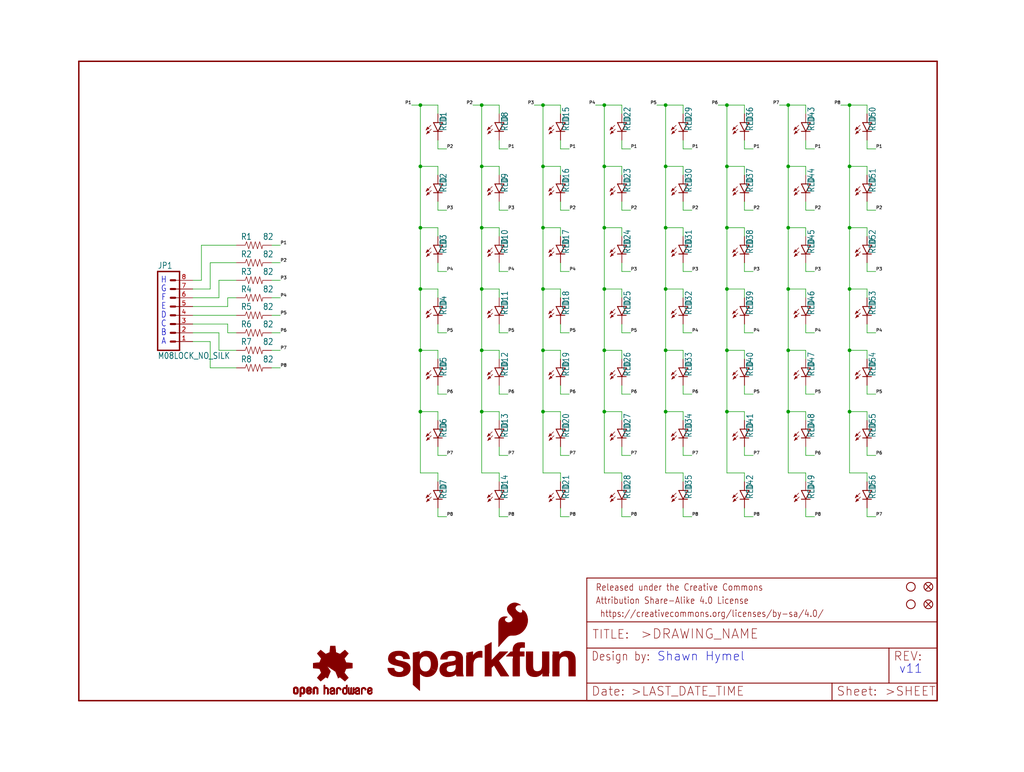
<source format=kicad_sch>
(kicad_sch (version 20211123) (generator eeschema)
  (paper "User" 297.002 223.926)
  (lib_symbols
    (symbol "schematicEagle-eagle-import:82OHM-1{slash}10W-1%(0603)SMD"
      (property "Reference" "R" (at -3.81 1.4986 0))
      (property "Value" "82OHM-1{slash}10W-1%(0603)SMD" (at -3.81 -3.302 0))
      (symbol "82OHM-1{slash}10W-1%(0603)SMD_1_0"
        (pin passive line (at -5.08 0 0) (length 2.54) (name "1") (number "1"))
        (pin passive line (at 5.08 0 180) (length 2.54) (name "2") (number "2"))
      )
    )
    (symbol "schematicEagle-eagle-import:FIDUCIAL1X2")
    (symbol "schematicEagle-eagle-import:FRAME-LETTER"
      (symbol "FRAME-LETTER_2_0"
        (text " https://creativecommons.org/licenses/by-sa/4.0/" (at 2.54 24.13 0) (effects (font (size 1.9304 1.6408)) (justify left bottom)))
        (text ">DRAWING_NAME" (at 15.494 17.78 0) (effects (font (size 2.7432 2.7432)) (justify left bottom)))
        (text ">LAST_DATE_TIME" (at 12.7 1.27 0) (effects (font (size 2.54 2.54)) (justify left bottom)))
        (text ">SHEET" (at 86.36 1.27 0) (effects (font (size 2.54 2.54)) (justify left bottom)))
        (text "Attribution Share-Alike 4.0 License" (at 2.54 27.94 0) (effects (font (size 1.9304 1.6408)) (justify left bottom)))
        (text "Date:" (at 1.27 1.27 0) (effects (font (size 2.54 2.54)) (justify left bottom)))
        (text "Design by:" (at 1.27 11.43 0) (effects (font (size 2.54 2.159)) (justify left bottom)))
        (text "Released under the Creative Commons" (at 2.54 31.75 0) (effects (font (size 1.9304 1.6408)) (justify left bottom)))
        (text "REV:" (at 88.9 11.43 0) (effects (font (size 2.54 2.54)) (justify left bottom)))
        (text "Sheet:" (at 72.39 1.27 0) (effects (font (size 2.54 2.54)) (justify left bottom)))
        (text "TITLE:" (at 1.524 17.78 0) (effects (font (size 2.54 2.54)) (justify left bottom)))
      )
    )
    (symbol "schematicEagle-eagle-import:LED-RED0603"
      (property "Reference" "D" (at 3.556 -4.572 90))
      (property "Value" "LED-RED0603" (at 5.715 -4.572 90))
      (symbol "LED-RED0603_1_0"
        (pin passive line (at 0 2.54 270) (length 2.54) (name "A") (number "A"))
        (pin passive line (at 0 -5.08 90) (length 2.54) (name "C") (number "C"))
      )
    )
    (symbol "schematicEagle-eagle-import:M08LOCK_NO_SILK"
      (property "Reference" "J" (at -5.08 13.462 0))
      (property "Value" "M08LOCK_NO_SILK" (at -5.08 -12.7 0))
      (symbol "M08LOCK_NO_SILK_1_0"
        (pin passive line (at 5.08 -7.62 180) (length 5.08) (name "1") (number "1"))
        (pin passive line (at 5.08 -5.08 180) (length 5.08) (name "2") (number "2"))
        (pin passive line (at 5.08 -2.54 180) (length 5.08) (name "3") (number "3"))
        (pin passive line (at 5.08 0 180) (length 5.08) (name "4") (number "4"))
        (pin passive line (at 5.08 2.54 180) (length 5.08) (name "5") (number "5"))
        (pin passive line (at 5.08 5.08 180) (length 5.08) (name "6") (number "6"))
        (pin passive line (at 5.08 7.62 180) (length 5.08) (name "7") (number "7"))
        (pin passive line (at 5.08 10.16 180) (length 5.08) (name "8") (number "8"))
      )
    )
    (symbol "schematicEagle-eagle-import:OSHW-LOGOS")
    (symbol "schematicEagle-eagle-import:SFE_LOGO_NAME_FLAME.1_INCH")
    (symbol "schematicEagle-eagle-import:STAND-OFF")
  )
  (junction (at 175.26 48.26))
  (junction (at 193.04 101.6))
  (junction (at 193.04 83.82))
  (junction (at 210.82 83.82))
  (junction (at 228.6 66.04))
  (junction (at 246.38 66.04))
  (junction (at 193.04 30.48))
  (junction (at 157.48 30.48))
  (junction (at 121.92 83.82))
  (junction (at 139.7 66.04))
  (junction (at 157.48 48.26))
  (junction (at 210.82 101.6))
  (junction (at 193.04 48.26))
  (junction (at 246.38 83.82))
  (junction (at 157.48 83.82))
  (junction (at 157.48 119.38))
  (junction (at 228.6 83.82))
  (junction (at 175.26 119.38))
  (junction (at 139.7 119.38))
  (junction (at 193.04 66.04))
  (junction (at 157.48 101.6))
  (junction (at 246.38 119.38))
  (junction (at 157.48 66.04))
  (junction (at 210.82 30.48))
  (junction (at 121.92 30.48))
  (junction (at 210.82 119.38))
  (junction (at 210.82 48.26))
  (junction (at 228.6 30.48))
  (junction (at 121.92 101.6))
  (junction (at 246.38 30.48))
  (junction (at 228.6 101.6))
  (junction (at 175.26 30.48))
  (junction (at 175.26 66.04))
  (junction (at 175.26 83.82))
  (junction (at 139.7 83.82))
  (junction (at 228.6 119.38))
  (junction (at 246.38 48.26))
  (junction (at 139.7 48.26))
  (junction (at 228.6 48.26))
  (junction (at 121.92 66.04))
  (junction (at 210.82 66.04))
  (junction (at 246.38 101.6))
  (junction (at 175.26 101.6))
  (junction (at 139.7 30.48))
  (junction (at 121.92 48.26))
  (junction (at 121.92 119.38))
  (junction (at 193.04 119.38))
  (junction (at 139.7 101.6))
  (wire (pts (xy 215.9 129.54) (xy 215.9 132.08)))
  (wire (pts (xy 157.48 30.48) (xy 157.48 48.26)))
  (wire (pts (xy 251.46 40.64) (xy 251.46 43.18)))
  (wire (pts (xy 121.92 101.6) (xy 121.92 119.38)))
  (wire (pts (xy 157.48 83.82) (xy 157.48 101.6)))
  (wire (pts (xy 175.26 101.6) (xy 175.26 119.38)))
  (wire (pts (xy 246.38 137.16) (xy 251.46 137.16)))
  (wire (pts (xy 157.48 66.04) (xy 157.48 83.82)))
  (wire (pts (xy 162.56 119.38) (xy 162.56 121.92)))
  (wire (pts (xy 198.12 114.3) (xy 200.66 114.3)))
  (wire (pts (xy 162.56 111.76) (xy 162.56 114.3)))
  (wire (pts (xy 228.6 119.38) (xy 233.68 119.38)))
  (wire (pts (xy 66.04 88.9) (xy 66.04 86.36)))
  (wire (pts (xy 228.6 30.48) (xy 228.6 48.26)))
  (wire (pts (xy 228.6 83.82) (xy 228.6 101.6)))
  (wire (pts (xy 215.9 40.64) (xy 215.9 43.18)))
  (wire (pts (xy 180.34 149.86) (xy 182.88 149.86)))
  (wire (pts (xy 55.88 81.28) (xy 58.42 81.28)))
  (wire (pts (xy 127 137.16) (xy 127 139.7)))
  (wire (pts (xy 55.88 91.44) (xy 68.58 91.44)))
  (wire (pts (xy 233.68 111.76) (xy 233.68 114.3)))
  (wire (pts (xy 78.74 86.36) (xy 81.28 86.36)))
  (wire (pts (xy 228.6 30.48) (xy 233.68 30.48)))
  (wire (pts (xy 60.96 106.68) (xy 68.58 106.68)))
  (wire (pts (xy 144.78 40.64) (xy 144.78 43.18)))
  (wire (pts (xy 127 119.38) (xy 127 121.92)))
  (wire (pts (xy 180.34 58.42) (xy 180.34 60.96)))
  (wire (pts (xy 210.82 119.38) (xy 210.82 137.16)))
  (wire (pts (xy 251.46 96.52) (xy 254 96.52)))
  (wire (pts (xy 144.78 119.38) (xy 144.78 121.92)))
  (wire (pts (xy 78.74 81.28) (xy 81.28 81.28)))
  (wire (pts (xy 127 48.26) (xy 127 50.8)))
  (wire (pts (xy 193.04 48.26) (xy 198.12 48.26)))
  (wire (pts (xy 198.12 96.52) (xy 200.66 96.52)))
  (wire (pts (xy 246.38 48.26) (xy 246.38 66.04)))
  (wire (pts (xy 246.38 83.82) (xy 251.46 83.82)))
  (wire (pts (xy 63.5 101.6) (xy 68.58 101.6)))
  (wire (pts (xy 63.5 96.52) (xy 63.5 101.6)))
  (wire (pts (xy 198.12 119.38) (xy 198.12 121.92)))
  (wire (pts (xy 228.6 66.04) (xy 228.6 83.82)))
  (wire (pts (xy 175.26 119.38) (xy 175.26 137.16)))
  (wire (pts (xy 210.82 137.16) (xy 215.9 137.16)))
  (wire (pts (xy 127 76.2) (xy 127 78.74)))
  (wire (pts (xy 215.9 48.26) (xy 215.9 50.8)))
  (wire (pts (xy 210.82 48.26) (xy 215.9 48.26)))
  (wire (pts (xy 215.9 149.86) (xy 218.44 149.86)))
  (wire (pts (xy 180.34 48.26) (xy 180.34 50.8)))
  (wire (pts (xy 251.46 101.6) (xy 251.46 104.14)))
  (wire (pts (xy 144.78 129.54) (xy 144.78 132.08)))
  (wire (pts (xy 193.04 83.82) (xy 198.12 83.82)))
  (wire (pts (xy 233.68 101.6) (xy 233.68 104.14)))
  (wire (pts (xy 193.04 101.6) (xy 198.12 101.6)))
  (wire (pts (xy 198.12 137.16) (xy 198.12 139.7)))
  (wire (pts (xy 162.56 93.98) (xy 162.56 96.52)))
  (wire (pts (xy 233.68 114.3) (xy 236.22 114.3)))
  (wire (pts (xy 251.46 119.38) (xy 251.46 121.92)))
  (wire (pts (xy 144.78 66.04) (xy 144.78 68.58)))
  (wire (pts (xy 144.78 93.98) (xy 144.78 96.52)))
  (wire (pts (xy 215.9 119.38) (xy 215.9 121.92)))
  (wire (pts (xy 228.6 119.38) (xy 228.6 137.16)))
  (wire (pts (xy 66.04 93.98) (xy 66.04 96.52)))
  (wire (pts (xy 193.04 137.16) (xy 198.12 137.16)))
  (wire (pts (xy 78.74 96.52) (xy 81.28 96.52)))
  (wire (pts (xy 210.82 66.04) (xy 210.82 83.82)))
  (wire (pts (xy 246.38 48.26) (xy 251.46 48.26)))
  (wire (pts (xy 233.68 147.32) (xy 233.68 149.86)))
  (wire (pts (xy 162.56 48.26) (xy 162.56 50.8)))
  (wire (pts (xy 121.92 137.16) (xy 127 137.16)))
  (wire (pts (xy 198.12 58.42) (xy 198.12 60.96)))
  (wire (pts (xy 180.34 114.3) (xy 182.88 114.3)))
  (wire (pts (xy 180.34 43.18) (xy 182.88 43.18)))
  (wire (pts (xy 175.26 83.82) (xy 180.34 83.82)))
  (wire (pts (xy 180.34 40.64) (xy 180.34 43.18)))
  (wire (pts (xy 162.56 78.74) (xy 165.1 78.74)))
  (wire (pts (xy 198.12 78.74) (xy 200.66 78.74)))
  (wire (pts (xy 210.82 83.82) (xy 215.9 83.82)))
  (wire (pts (xy 58.42 81.28) (xy 58.42 71.12)))
  (wire (pts (xy 78.74 91.44) (xy 81.28 91.44)))
  (wire (pts (xy 246.38 101.6) (xy 251.46 101.6)))
  (wire (pts (xy 139.7 101.6) (xy 139.7 119.38)))
  (wire (pts (xy 193.04 30.48) (xy 198.12 30.48)))
  (wire (pts (xy 251.46 76.2) (xy 251.46 78.74)))
  (wire (pts (xy 175.26 48.26) (xy 175.26 66.04)))
  (wire (pts (xy 180.34 147.32) (xy 180.34 149.86)))
  (wire (pts (xy 121.92 83.82) (xy 121.92 101.6)))
  (wire (pts (xy 175.26 137.16) (xy 180.34 137.16)))
  (wire (pts (xy 233.68 137.16) (xy 233.68 139.7)))
  (wire (pts (xy 121.92 119.38) (xy 121.92 137.16)))
  (wire (pts (xy 198.12 40.64) (xy 198.12 43.18)))
  (wire (pts (xy 175.26 30.48) (xy 180.34 30.48)))
  (wire (pts (xy 228.6 101.6) (xy 228.6 119.38)))
  (wire (pts (xy 210.82 48.26) (xy 210.82 66.04)))
  (wire (pts (xy 193.04 119.38) (xy 198.12 119.38)))
  (wire (pts (xy 215.9 101.6) (xy 215.9 104.14)))
  (wire (pts (xy 215.9 93.98) (xy 215.9 96.52)))
  (wire (pts (xy 180.34 96.52) (xy 182.88 96.52)))
  (wire (pts (xy 233.68 93.98) (xy 233.68 96.52)))
  (wire (pts (xy 198.12 132.08) (xy 200.66 132.08)))
  (wire (pts (xy 198.12 76.2) (xy 198.12 78.74)))
  (wire (pts (xy 210.82 30.48) (xy 210.82 48.26)))
  (wire (pts (xy 157.48 30.48) (xy 154.94 30.48)))
  (wire (pts (xy 215.9 111.76) (xy 215.9 114.3)))
  (wire (pts (xy 127 30.48) (xy 127 33.02)))
  (wire (pts (xy 55.88 86.36) (xy 63.5 86.36)))
  (wire (pts (xy 162.56 30.48) (xy 162.56 33.02)))
  (wire (pts (xy 198.12 43.18) (xy 200.66 43.18)))
  (wire (pts (xy 121.92 66.04) (xy 121.92 83.82)))
  (wire (pts (xy 139.7 30.48) (xy 144.78 30.48)))
  (wire (pts (xy 233.68 60.96) (xy 236.22 60.96)))
  (wire (pts (xy 246.38 66.04) (xy 246.38 83.82)))
  (wire (pts (xy 228.6 48.26) (xy 228.6 66.04)))
  (wire (pts (xy 193.04 101.6) (xy 193.04 119.38)))
  (wire (pts (xy 251.46 129.54) (xy 251.46 132.08)))
  (wire (pts (xy 121.92 30.48) (xy 127 30.48)))
  (wire (pts (xy 233.68 83.82) (xy 233.68 86.36)))
  (wire (pts (xy 180.34 101.6) (xy 180.34 104.14)))
  (wire (pts (xy 233.68 132.08) (xy 236.22 132.08)))
  (wire (pts (xy 121.92 119.38) (xy 127 119.38)))
  (wire (pts (xy 121.92 66.04) (xy 127 66.04)))
  (wire (pts (xy 198.12 149.86) (xy 200.66 149.86)))
  (wire (pts (xy 162.56 101.6) (xy 162.56 104.14)))
  (wire (pts (xy 180.34 111.76) (xy 180.34 114.3)))
  (wire (pts (xy 121.92 48.26) (xy 121.92 66.04)))
  (wire (pts (xy 162.56 132.08) (xy 165.1 132.08)))
  (wire (pts (xy 233.68 58.42) (xy 233.68 60.96)))
  (wire (pts (xy 215.9 114.3) (xy 218.44 114.3)))
  (wire (pts (xy 180.34 30.48) (xy 180.34 33.02)))
  (wire (pts (xy 121.92 30.48) (xy 119.38 30.48)))
  (wire (pts (xy 233.68 76.2) (xy 233.68 78.74)))
  (wire (pts (xy 127 129.54) (xy 127 132.08)))
  (wire (pts (xy 215.9 132.08) (xy 218.44 132.08)))
  (wire (pts (xy 157.48 30.48) (xy 162.56 30.48)))
  (wire (pts (xy 127 60.96) (xy 129.54 60.96)))
  (wire (pts (xy 157.48 101.6) (xy 157.48 119.38)))
  (wire (pts (xy 193.04 48.26) (xy 193.04 66.04)))
  (wire (pts (xy 228.6 137.16) (xy 233.68 137.16)))
  (wire (pts (xy 251.46 149.86) (xy 254 149.86)))
  (wire (pts (xy 144.78 149.86) (xy 147.32 149.86)))
  (wire (pts (xy 198.12 30.48) (xy 198.12 33.02)))
  (wire (pts (xy 251.46 114.3) (xy 254 114.3)))
  (wire (pts (xy 251.46 48.26) (xy 251.46 50.8)))
  (wire (pts (xy 157.48 48.26) (xy 157.48 66.04)))
  (wire (pts (xy 228.6 83.82) (xy 233.68 83.82)))
  (wire (pts (xy 210.82 119.38) (xy 215.9 119.38)))
  (wire (pts (xy 66.04 86.36) (xy 68.58 86.36)))
  (wire (pts (xy 251.46 137.16) (xy 251.46 139.7)))
  (wire (pts (xy 127 111.76) (xy 127 114.3)))
  (wire (pts (xy 233.68 129.54) (xy 233.68 132.08)))
  (wire (pts (xy 251.46 111.76) (xy 251.46 114.3)))
  (wire (pts (xy 144.78 137.16) (xy 144.78 139.7)))
  (wire (pts (xy 175.26 119.38) (xy 180.34 119.38)))
  (wire (pts (xy 144.78 78.74) (xy 147.32 78.74)))
  (wire (pts (xy 144.78 60.96) (xy 147.32 60.96)))
  (wire (pts (xy 175.26 66.04) (xy 180.34 66.04)))
  (wire (pts (xy 127 83.82) (xy 127 86.36)))
  (wire (pts (xy 139.7 83.82) (xy 139.7 101.6)))
  (wire (pts (xy 180.34 76.2) (xy 180.34 78.74)))
  (wire (pts (xy 162.56 60.96) (xy 165.1 60.96)))
  (wire (pts (xy 127 147.32) (xy 127 149.86)))
  (wire (pts (xy 162.56 40.64) (xy 162.56 43.18)))
  (wire (pts (xy 157.48 101.6) (xy 162.56 101.6)))
  (wire (pts (xy 58.42 71.12) (xy 68.58 71.12)))
  (wire (pts (xy 144.78 96.52) (xy 147.32 96.52)))
  (wire (pts (xy 180.34 132.08) (xy 182.88 132.08)))
  (wire (pts (xy 60.96 83.82) (xy 60.96 76.2)))
  (wire (pts (xy 233.68 66.04) (xy 233.68 68.58)))
  (wire (pts (xy 193.04 30.48) (xy 193.04 48.26)))
  (wire (pts (xy 55.88 88.9) (xy 66.04 88.9)))
  (wire (pts (xy 162.56 114.3) (xy 165.1 114.3)))
  (wire (pts (xy 175.26 66.04) (xy 175.26 83.82)))
  (wire (pts (xy 175.26 101.6) (xy 180.34 101.6)))
  (wire (pts (xy 139.7 83.82) (xy 144.78 83.82)))
  (wire (pts (xy 144.78 76.2) (xy 144.78 78.74)))
  (wire (pts (xy 66.04 96.52) (xy 68.58 96.52)))
  (wire (pts (xy 162.56 76.2) (xy 162.56 78.74)))
  (wire (pts (xy 127 96.52) (xy 129.54 96.52)))
  (wire (pts (xy 157.48 83.82) (xy 162.56 83.82)))
  (wire (pts (xy 215.9 78.74) (xy 218.44 78.74)))
  (wire (pts (xy 215.9 96.52) (xy 218.44 96.52)))
  (wire (pts (xy 55.88 93.98) (xy 66.04 93.98)))
  (wire (pts (xy 144.78 58.42) (xy 144.78 60.96)))
  (wire (pts (xy 180.34 83.82) (xy 180.34 86.36)))
  (wire (pts (xy 233.68 78.74) (xy 236.22 78.74)))
  (wire (pts (xy 144.78 111.76) (xy 144.78 114.3)))
  (wire (pts (xy 246.38 101.6) (xy 246.38 119.38)))
  (wire (pts (xy 121.92 83.82) (xy 127 83.82)))
  (wire (pts (xy 127 78.74) (xy 129.54 78.74)))
  (wire (pts (xy 180.34 119.38) (xy 180.34 121.92)))
  (wire (pts (xy 162.56 149.86) (xy 165.1 149.86)))
  (wire (pts (xy 251.46 93.98) (xy 251.46 96.52)))
  (wire (pts (xy 162.56 129.54) (xy 162.56 132.08)))
  (wire (pts (xy 233.68 30.48) (xy 233.68 33.02)))
  (wire (pts (xy 233.68 119.38) (xy 233.68 121.92)))
  (wire (pts (xy 175.26 30.48) (xy 172.72 30.48)))
  (wire (pts (xy 251.46 147.32) (xy 251.46 149.86)))
  (wire (pts (xy 162.56 147.32) (xy 162.56 149.86)))
  (wire (pts (xy 144.78 43.18) (xy 147.32 43.18)))
  (wire (pts (xy 127 43.18) (xy 129.54 43.18)))
  (wire (pts (xy 139.7 30.48) (xy 137.16 30.48)))
  (wire (pts (xy 180.34 78.74) (xy 182.88 78.74)))
  (wire (pts (xy 233.68 43.18) (xy 236.22 43.18)))
  (wire (pts (xy 228.6 48.26) (xy 233.68 48.26)))
  (wire (pts (xy 228.6 66.04) (xy 233.68 66.04)))
  (wire (pts (xy 127 114.3) (xy 129.54 114.3)))
  (wire (pts (xy 55.88 83.82) (xy 60.96 83.82)))
  (wire (pts (xy 215.9 83.82) (xy 215.9 86.36)))
  (wire (pts (xy 78.74 71.12) (xy 81.28 71.12)))
  (wire (pts (xy 180.34 129.54) (xy 180.34 132.08)))
  (wire (pts (xy 246.38 119.38) (xy 251.46 119.38)))
  (wire (pts (xy 251.46 132.08) (xy 254 132.08)))
  (wire (pts (xy 139.7 101.6) (xy 144.78 101.6)))
  (wire (pts (xy 180.34 66.04) (xy 180.34 68.58)))
  (wire (pts (xy 157.48 119.38) (xy 157.48 137.16)))
  (wire (pts (xy 215.9 66.04) (xy 215.9 68.58)))
  (wire (pts (xy 198.12 48.26) (xy 198.12 50.8)))
  (wire (pts (xy 144.78 83.82) (xy 144.78 86.36)))
  (wire (pts (xy 180.34 93.98) (xy 180.34 96.52)))
  (wire (pts (xy 78.74 101.6) (xy 81.28 101.6)))
  (wire (pts (xy 198.12 129.54) (xy 198.12 132.08)))
  (wire (pts (xy 251.46 58.42) (xy 251.46 60.96)))
  (wire (pts (xy 228.6 101.6) (xy 233.68 101.6)))
  (wire (pts (xy 215.9 60.96) (xy 218.44 60.96)))
  (wire (pts (xy 139.7 48.26) (xy 144.78 48.26)))
  (wire (pts (xy 78.74 76.2) (xy 81.28 76.2)))
  (wire (pts (xy 233.68 149.86) (xy 236.22 149.86)))
  (wire (pts (xy 121.92 101.6) (xy 127 101.6)))
  (wire (pts (xy 246.38 30.48) (xy 246.38 48.26)))
  (wire (pts (xy 233.68 40.64) (xy 233.68 43.18)))
  (wire (pts (xy 175.26 48.26) (xy 180.34 48.26)))
  (wire (pts (xy 121.92 48.26) (xy 127 48.26)))
  (wire (pts (xy 215.9 30.48) (xy 215.9 33.02)))
  (wire (pts (xy 63.5 81.28) (xy 68.58 81.28)))
  (wire (pts (xy 210.82 66.04) (xy 215.9 66.04)))
  (wire (pts (xy 246.38 30.48) (xy 251.46 30.48)))
  (wire (pts (xy 246.38 30.48) (xy 243.84 30.48)))
  (wire (pts (xy 246.38 83.82) (xy 246.38 101.6)))
  (wire (pts (xy 162.56 83.82) (xy 162.56 86.36)))
  (wire (pts (xy 251.46 66.04) (xy 251.46 68.58)))
  (wire (pts (xy 180.34 60.96) (xy 182.88 60.96)))
  (wire (pts (xy 233.68 96.52) (xy 236.22 96.52)))
  (wire (pts (xy 251.46 30.48) (xy 251.46 33.02)))
  (wire (pts (xy 127 149.86) (xy 129.54 149.86)))
  (wire (pts (xy 139.7 66.04) (xy 144.78 66.04)))
  (wire (pts (xy 139.7 30.48) (xy 139.7 48.26)))
  (wire (pts (xy 215.9 43.18) (xy 218.44 43.18)))
  (wire (pts (xy 60.96 76.2) (xy 68.58 76.2)))
  (wire (pts (xy 121.92 30.48) (xy 121.92 48.26)))
  (wire (pts (xy 210.82 30.48) (xy 215.9 30.48)))
  (wire (pts (xy 157.48 119.38) (xy 162.56 119.38)))
  (wire (pts (xy 78.74 106.68) (xy 81.28 106.68)))
  (wire (pts (xy 55.88 99.06) (xy 60.96 99.06)))
  (wire (pts (xy 157.48 48.26) (xy 162.56 48.26)))
  (wire (pts (xy 144.78 114.3) (xy 147.32 114.3)))
  (wire (pts (xy 210.82 30.48) (xy 208.28 30.48)))
  (wire (pts (xy 60.96 99.06) (xy 60.96 106.68)))
  (wire (pts (xy 144.78 30.48) (xy 144.78 33.02)))
  (wire (pts (xy 198.12 60.96) (xy 200.66 60.96)))
  (wire (pts (xy 127 66.04) (xy 127 68.58)))
  (wire (pts (xy 210.82 101.6) (xy 210.82 119.38)))
  (wire (pts (xy 215.9 147.32) (xy 215.9 149.86)))
  (wire (pts (xy 198.12 111.76) (xy 198.12 114.3)))
  (wire (pts (xy 162.56 96.52) (xy 165.1 96.52)))
  (wire (pts (xy 175.26 30.48) (xy 175.26 48.26)))
  (wire (pts (xy 139.7 119.38) (xy 144.78 119.38)))
  (wire (pts (xy 210.82 101.6) (xy 215.9 101.6)))
  (wire (pts (xy 246.38 119.38) (xy 246.38 137.16)))
  (wire (pts (xy 198.12 83.82) (xy 198.12 86.36)))
  (wire (pts (xy 193.04 119.38) (xy 193.04 137.16)))
  (wire (pts (xy 127 132.08) (xy 129.54 132.08)))
  (wire (pts (xy 251.46 43.18) (xy 254 43.18)))
  (wire (pts (xy 127 93.98) (xy 127 96.52)))
  (wire (pts (xy 251.46 83.82) (xy 251.46 86.36)))
  (wire (pts (xy 193.04 83.82) (xy 193.04 101.6)))
  (wire (pts (xy 162.56 66.04) (xy 162.56 68.58)))
  (wire (pts (xy 215.9 76.2) (xy 215.9 78.74)))
  (wire (pts (xy 127 58.42) (xy 127 60.96)))
  (wire (pts (xy 55.88 96.52) (xy 63.5 96.52)))
  (wire (pts (xy 63.5 86.36) (xy 63.5 81.28)))
  (wire (pts (xy 198.12 66.04) (xy 198.12 68.58)))
  (wire (pts (xy 144.78 147.32) (xy 144.78 149.86)))
  (wire (pts (xy 139.7 119.38) (xy 139.7 137.16)))
  (wire (pts (xy 144.78 132.08) (xy 147.32 132.08)))
  (wire (pts (xy 198.12 93.98) (xy 198.12 96.52)))
  (wire (pts (xy 139.7 48.26) (xy 139.7 66.04)))
  (wire (pts (xy 228.6 30.48) (xy 226.06 30.48)))
  (wire (pts (xy 246.38 66.04) (xy 251.46 66.04)))
  (wire (pts (xy 139.7 137.16) (xy 144.78 137.16)))
  (wire (pts (xy 210.82 83.82) (xy 210.82 101.6)))
  (wire (pts (xy 251.46 60.96) (xy 254 60.96)))
  (wire (pts (xy 139.7 66.04) (xy 139.7 83.82)))
  (wire (pts (xy 144.78 48.26) (xy 144.78 50.8)))
  (wire (pts (xy 193.04 30.48) (xy 190.5 30.48)))
  (wire (pts (xy 215.9 58.42) (xy 215.9 60.96)))
  (wire (pts (xy 157.48 137.16) (xy 162.56 137.16)))
  (wire (pts (xy 144.78 101.6) (xy 144.78 104.14)))
  (wire (pts (xy 162.56 137.16) (xy 162.56 139.7)))
  (wire (pts (xy 157.48 66.04) (xy 162.56 66.04)))
  (wire (pts (xy 162.56 43.18) (xy 165.1 43.18)))
  (wire (pts (xy 233.68 48.26) (xy 233.68 50.8)))
  (wire (pts (xy 127 40.64) (xy 127 43.18)))
  (wire (pts (xy 193.04 66.04) (xy 198.12 66.04)))
  (wire (pts (xy 215.9 137.16) (xy 215.9 139.7)))
  (wire (pts (xy 193.04 66.04) (xy 193.04 83.82)))
  (wire (pts (xy 175.26 83.82) (xy 175.26 101.6)))
  (wire (pts (xy 162.56 58.42) (xy 162.56 60.96)))
  (wire (pts (xy 198.12 101.6) (xy 198.12 104.14)))
  (wire (pts (xy 180.34 137.16) (xy 180.34 139.7)))
  (wire (pts (xy 198.12 147.32) (xy 198.12 149.86)))
  (wire (pts (xy 251.46 78.74) (xy 254 78.74)))
  (wire (pts (xy 127 101.6) (xy 127 104.14)))
  (text "E" (at 47.498 88.9 180) (effects (font (size 1.778 1.5113))))
  (text "C" (at 47.498 93.98 180) (effects (font (size 1.778 1.5113))))
  (text "v11" (at 264.16 195.58 180) (effects (font (size 2.54 2.54)) (justify bottom)))
  (text "B" (at 47.498 96.52 180) (effects (font (size 1.778 1.5113))))
  (text "G" (at 47.498 83.82 180) (effects (font (size 1.778 1.5113))))
  (text "F" (at 47.498 86.36 180) (effects (font (size 1.778 1.5113))))
  (text "Shawn Hymel" (at 190.5 190.5 180) (effects (font (size 2.54 2.54)) (justify left)))
  (text "A" (at 47.498 99.06 180) (effects (font (size 1.778 1.5113))))
  (text "D" (at 47.498 91.44 180) (effects (font (size 1.778 1.5113))))
  (text "H" (at 47.498 81.28 180) (effects (font (size 1.778 1.5113))))
  (label "P3" (at 218.44 78.74 0) (effects (font (size 0.889 0.889))))
  (label "P5" (at 129.54 96.52 0) (effects (font (size 0.889 0.889))))
  (label "P2" (at 218.44 60.96 0) (effects (font (size 0.889 0.889))))
  (label "P7" (at 129.54 132.08 0) (effects (font (size 0.889 0.889))))
  (label "P3" (at 254 78.74 0) (effects (font (size 0.889 0.889))))
  (label "P4" (at 254 96.52 0) (effects (font (size 0.889 0.889))))
  (label "P3" (at 129.54 60.96 0) (effects (font (size 0.889 0.889))))
  (label "P4" (at 129.54 78.74 0) (effects (font (size 0.889 0.889))))
  (label "P3" (at 154.94 30.48 180) (effects (font (size 0.889 0.889))))
  (label "P1" (at 147.32 43.18 0) (effects (font (size 0.889 0.889))))
  (label "P3" (at 182.88 78.74 0) (effects (font (size 0.889 0.889))))
  (label "P4" (at 200.66 96.52 0) (effects (font (size 0.889 0.889))))
  (label "P4" (at 218.44 96.52 0) (effects (font (size 0.889 0.889))))
  (label "P7" (at 182.88 132.08 0) (effects (font (size 0.889 0.889))))
  (label "P8" (at 243.84 30.48 180) (effects (font (size 0.889 0.889))))
  (label "P2" (at 81.28 76.2 0) (effects (font (size 0.889 0.889))))
  (label "P3" (at 200.66 78.74 0) (effects (font (size 0.889 0.889))))
  (label "P8" (at 129.54 149.86 0) (effects (font (size 0.889 0.889))))
  (label "P5" (at 190.5 30.48 180) (effects (font (size 0.889 0.889))))
  (label "P2" (at 182.88 60.96 0) (effects (font (size 0.889 0.889))))
  (label "P8" (at 236.22 149.86 0) (effects (font (size 0.889 0.889))))
  (label "P7" (at 218.44 132.08 0) (effects (font (size 0.889 0.889))))
  (label "P1" (at 236.22 43.18 0) (effects (font (size 0.889 0.889))))
  (label "P2" (at 200.66 60.96 0) (effects (font (size 0.889 0.889))))
  (label "P6" (at 200.66 114.3 0) (effects (font (size 0.889 0.889))))
  (label "P1" (at 218.44 43.18 0) (effects (font (size 0.889 0.889))))
  (label "P1" (at 182.88 43.18 0) (effects (font (size 0.889 0.889))))
  (label "P2" (at 165.1 60.96 0) (effects (font (size 0.889 0.889))))
  (label "P2" (at 236.22 60.96 0) (effects (font (size 0.889 0.889))))
  (label "P8" (at 165.1 149.86 0) (effects (font (size 0.889 0.889))))
  (label "P7" (at 165.1 132.08 0) (effects (font (size 0.889 0.889))))
  (label "P2" (at 137.16 30.48 180) (effects (font (size 0.889 0.889))))
  (label "P3" (at 81.28 81.28 0) (effects (font (size 0.889 0.889))))
  (label "P4" (at 147.32 78.74 0) (effects (font (size 0.889 0.889))))
  (label "P6" (at 254 132.08 0) (effects (font (size 0.889 0.889))))
  (label "P8" (at 81.28 106.68 0) (effects (font (size 0.889 0.889))))
  (label "P6" (at 236.22 132.08 0) (effects (font (size 0.889 0.889))))
  (label "P5" (at 254 114.3 0) (effects (font (size 0.889 0.889))))
  (label "P1" (at 119.38 30.48 180) (effects (font (size 0.889 0.889))))
  (label "P5" (at 182.88 96.52 0) (effects (font (size 0.889 0.889))))
  (label "P8" (at 147.32 149.86 0) (effects (font (size 0.889 0.889))))
  (label "P8" (at 218.44 149.86 0) (effects (font (size 0.889 0.889))))
  (label "P3" (at 147.32 60.96 0) (effects (font (size 0.889 0.889))))
  (label "P7" (at 200.66 132.08 0) (effects (font (size 0.889 0.889))))
  (label "P7" (at 81.28 101.6 0) (effects (font (size 0.889 0.889))))
  (label "P7" (at 226.06 30.48 180) (effects (font (size 0.889 0.889))))
  (label "P1" (at 165.1 43.18 0) (effects (font (size 0.889 0.889))))
  (label "P3" (at 236.22 78.74 0) (effects (font (size 0.889 0.889))))
  (label "P6" (at 129.54 114.3 0) (effects (font (size 0.889 0.889))))
  (label "P4" (at 165.1 78.74 0) (effects (font (size 0.889 0.889))))
  (label "P2" (at 254 60.96 0) (effects (font (size 0.889 0.889))))
  (label "P4" (at 81.28 86.36 0) (effects (font (size 0.889 0.889))))
  (label "P5" (at 236.22 114.3 0) (effects (font (size 0.889 0.889))))
  (label "P1" (at 81.28 71.12 0) (effects (font (size 0.889 0.889))))
  (label "P6" (at 147.32 114.3 0) (effects (font (size 0.889 0.889))))
  (label "P7" (at 147.32 132.08 0) (effects (font (size 0.889 0.889))))
  (label "P4" (at 172.72 30.48 180) (effects (font (size 0.889 0.889))))
  (label "P6" (at 165.1 114.3 0) (effects (font (size 0.889 0.889))))
  (label "P1" (at 254 43.18 0) (effects (font (size 0.889 0.889))))
  (label "P8" (at 200.66 149.86 0) (effects (font (size 0.889 0.889))))
  (label "P5" (at 81.28 91.44 0) (effects (font (size 0.889 0.889))))
  (label "P5" (at 165.1 96.52 0) (effects (font (size 0.889 0.889))))
  (label "P4" (at 236.22 96.52 0) (effects (font (size 0.889 0.889))))
  (label "P5" (at 218.44 114.3 0) (effects (font (size 0.889 0.889))))
  (label "P6" (at 81.28 96.52 0) (effects (font (size 0.889 0.889))))
  (label "P6" (at 208.28 30.48 180) (effects (font (size 0.889 0.889))))
  (label "P2" (at 129.54 43.18 0) (effects (font (size 0.889 0.889))))
  (label "P1" (at 200.66 43.18 0) (effects (font (size 0.889 0.889))))
  (label "P7" (at 254 149.86 0) (effects (font (size 0.889 0.889))))
  (label "P5" (at 147.32 96.52 0) (effects (font (size 0.889 0.889))))
  (label "P8" (at 182.88 149.86 0) (effects (font (size 0.889 0.889))))
  (label "P6" (at 182.88 114.3 0) (effects (font (size 0.889 0.889))))
  (symbol (lib_id "schematicEagle-eagle-import:LED-RED0603") (at 180.34 142.24 0) (unit 1)
    (property "Reference" "D28" (at 182.88 142.24 90) (effects (font (size 1.778 1.5113)) (justify left bottom)))
    (property "Value" "RED" (at 182.88 144.78 90) (effects (font (size 1.778 1.5113)) (justify left bottom)))
    (property "Footprint" "schematicEagle:LED-0603" (effects hide))
  )
  (symbol (lib_id "schematicEagle-eagle-import:SFE_LOGO_NAME_FLAME.1_INCH") (at 111.76 200.66 0) (unit 1)
    (property "Reference" "U$1" (effects hide))
    (property "Value" "SFE_LOGO_NAME_FLAME.1_INCH" (effects hide))
    (property "Footprint" "schematicEagle:SFE_LOGO_NAME_FLAME_.1" (effects hide))
  )
  (symbol (lib_id "schematicEagle-eagle-import:LED-RED0603") (at 180.34 106.68 0) (unit 1)
    (property "Reference" "D26" (at 182.88 106.68 90) (effects (font (size 1.778 1.5113)) (justify left bottom)))
    (property "Value" "RED" (at 182.88 109.22 90) (effects (font (size 1.778 1.5113)) (justify left bottom)))
    (property "Footprint" "schematicEagle:LED-0603" (effects hide))
  )
  (symbol (lib_id "schematicEagle-eagle-import:LED-RED0603") (at 144.78 142.24 0) (unit 1)
    (property "Reference" "D14" (at 147.32 142.24 90) (effects (font (size 1.778 1.5113)) (justify left bottom)))
    (property "Value" "RED" (at 147.32 144.78 90) (effects (font (size 1.778 1.5113)) (justify left bottom)))
    (property "Footprint" "schematicEagle:LED-0603" (effects hide))
  )
  (symbol (lib_id "schematicEagle-eagle-import:LED-RED0603") (at 180.34 71.12 0) (unit 1)
    (property "Reference" "D24" (at 182.88 71.12 90) (effects (font (size 1.778 1.5113)) (justify left bottom)))
    (property "Value" "RED" (at 182.88 73.66 90) (effects (font (size 1.778 1.5113)) (justify left bottom)))
    (property "Footprint" "schematicEagle:LED-0603" (effects hide))
  )
  (symbol (lib_id "schematicEagle-eagle-import:82OHM-1{slash}10W-1%(0603)SMD") (at 73.66 86.36 0) (unit 1)
    (property "Reference" "R4" (at 69.85 84.836 0) (effects (font (size 1.778 1.5113)) (justify left bottom)))
    (property "Value" "82" (at 76.2 84.836 0) (effects (font (size 1.778 1.5113)) (justify left bottom)))
    (property "Footprint" "schematicEagle:0603-RES" (effects hide))
  )
  (symbol (lib_id "schematicEagle-eagle-import:LED-RED0603") (at 215.9 35.56 0) (unit 1)
    (property "Reference" "D36" (at 218.44 35.56 90) (effects (font (size 1.778 1.5113)) (justify left bottom)))
    (property "Value" "RED" (at 218.44 38.1 90) (effects (font (size 1.778 1.5113)) (justify left bottom)))
    (property "Footprint" "schematicEagle:LED-0603" (effects hide))
  )
  (symbol (lib_id "schematicEagle-eagle-import:LED-RED0603") (at 144.78 88.9 0) (unit 1)
    (property "Reference" "D11" (at 147.32 88.9 90) (effects (font (size 1.778 1.5113)) (justify left bottom)))
    (property "Value" "RED" (at 147.32 91.44 90) (effects (font (size 1.778 1.5113)) (justify left bottom)))
    (property "Footprint" "schematicEagle:LED-0603" (effects hide))
  )
  (symbol (lib_id "schematicEagle-eagle-import:LED-RED0603") (at 233.68 124.46 0) (unit 1)
    (property "Reference" "D48" (at 236.22 124.46 90) (effects (font (size 1.778 1.5113)) (justify left bottom)))
    (property "Value" "RED" (at 236.22 127 90) (effects (font (size 1.778 1.5113)) (justify left bottom)))
    (property "Footprint" "schematicEagle:LED-0603" (effects hide))
  )
  (symbol (lib_id "schematicEagle-eagle-import:LED-RED0603") (at 162.56 106.68 0) (unit 1)
    (property "Reference" "D19" (at 165.1 106.68 90) (effects (font (size 1.778 1.5113)) (justify left bottom)))
    (property "Value" "RED" (at 165.1 109.22 90) (effects (font (size 1.778 1.5113)) (justify left bottom)))
    (property "Footprint" "schematicEagle:LED-0603" (effects hide))
  )
  (symbol (lib_id "schematicEagle-eagle-import:LED-RED0603") (at 215.9 71.12 0) (unit 1)
    (property "Reference" "D38" (at 218.44 71.12 90) (effects (font (size 1.778 1.5113)) (justify left bottom)))
    (property "Value" "RED" (at 218.44 73.66 90) (effects (font (size 1.778 1.5113)) (justify left bottom)))
    (property "Footprint" "schematicEagle:LED-0603" (effects hide))
  )
  (symbol (lib_id "schematicEagle-eagle-import:LED-RED0603") (at 180.34 35.56 0) (unit 1)
    (property "Reference" "D22" (at 182.88 35.56 90) (effects (font (size 1.778 1.5113)) (justify left bottom)))
    (property "Value" "RED" (at 182.88 38.1 90) (effects (font (size 1.778 1.5113)) (justify left bottom)))
    (property "Footprint" "schematicEagle:LED-0603" (effects hide))
  )
  (symbol (lib_id "schematicEagle-eagle-import:LED-RED0603") (at 233.68 71.12 0) (unit 1)
    (property "Reference" "D45" (at 236.22 71.12 90) (effects (font (size 1.778 1.5113)) (justify left bottom)))
    (property "Value" "RED" (at 236.22 73.66 90) (effects (font (size 1.778 1.5113)) (justify left bottom)))
    (property "Footprint" "schematicEagle:LED-0603" (effects hide))
  )
  (symbol (lib_id "schematicEagle-eagle-import:LED-RED0603") (at 251.46 142.24 0) (unit 1)
    (property "Reference" "D56" (at 254 142.24 90) (effects (font (size 1.778 1.5113)) (justify left bottom)))
    (property "Value" "RED" (at 254 144.78 90) (effects (font (size 1.778 1.5113)) (justify left bottom)))
    (property "Footprint" "schematicEagle:LED-0603" (effects hide))
  )
  (symbol (lib_id "schematicEagle-eagle-import:82OHM-1{slash}10W-1%(0603)SMD") (at 73.66 96.52 0) (unit 1)
    (property "Reference" "R6" (at 69.85 94.996 0) (effects (font (size 1.778 1.5113)) (justify left bottom)))
    (property "Value" "82" (at 76.2 94.996 0) (effects (font (size 1.778 1.5113)) (justify left bottom)))
    (property "Footprint" "schematicEagle:0603-RES" (effects hide))
  )
  (symbol (lib_id "schematicEagle-eagle-import:82OHM-1{slash}10W-1%(0603)SMD") (at 73.66 76.2 0) (unit 1)
    (property "Reference" "R2" (at 69.85 74.676 0) (effects (font (size 1.778 1.5113)) (justify left bottom)))
    (property "Value" "82" (at 76.2 74.676 0) (effects (font (size 1.778 1.5113)) (justify left bottom)))
    (property "Footprint" "schematicEagle:0603-RES" (effects hide))
  )
  (symbol (lib_id "schematicEagle-eagle-import:LED-RED0603") (at 215.9 88.9 0) (unit 1)
    (property "Reference" "D39" (at 218.44 88.9 90) (effects (font (size 1.778 1.5113)) (justify left bottom)))
    (property "Value" "RED" (at 218.44 91.44 90) (effects (font (size 1.778 1.5113)) (justify left bottom)))
    (property "Footprint" "schematicEagle:LED-0603" (effects hide))
  )
  (symbol (lib_id "schematicEagle-eagle-import:STAND-OFF") (at 264.16 170.18 0) (unit 1)
    (property "Reference" "STANDOFF1" (effects hide))
    (property "Value" "STAND-OFF" (effects hide))
    (property "Footprint" "schematicEagle:STAND-OFF" (effects hide))
  )
  (symbol (lib_id "schematicEagle-eagle-import:LED-RED0603") (at 162.56 53.34 0) (unit 1)
    (property "Reference" "D16" (at 165.1 53.34 90) (effects (font (size 1.778 1.5113)) (justify left bottom)))
    (property "Value" "RED" (at 165.1 55.88 90) (effects (font (size 1.778 1.5113)) (justify left bottom)))
    (property "Footprint" "schematicEagle:LED-0603" (effects hide))
  )
  (symbol (lib_id "schematicEagle-eagle-import:FIDUCIAL1X2") (at 269.24 170.18 0) (unit 1)
    (property "Reference" "FID1" (effects hide))
    (property "Value" "FIDUCIAL1X2" (effects hide))
    (property "Footprint" "schematicEagle:FIDUCIAL-1X2" (effects hide))
  )
  (symbol (lib_id "schematicEagle-eagle-import:FIDUCIAL1X2") (at 269.24 175.26 0) (unit 1)
    (property "Reference" "FID2" (effects hide))
    (property "Value" "FIDUCIAL1X2" (effects hide))
    (property "Footprint" "schematicEagle:FIDUCIAL-1X2" (effects hide))
  )
  (symbol (lib_id "schematicEagle-eagle-import:LED-RED0603") (at 251.46 88.9 0) (unit 1)
    (property "Reference" "D53" (at 254 88.9 90) (effects (font (size 1.778 1.5113)) (justify left bottom)))
    (property "Value" "RED" (at 254 91.44 90) (effects (font (size 1.778 1.5113)) (justify left bottom)))
    (property "Footprint" "schematicEagle:LED-0603" (effects hide))
  )
  (symbol (lib_id "schematicEagle-eagle-import:LED-RED0603") (at 127 88.9 0) (unit 1)
    (property "Reference" "D4" (at 129.54 88.9 90) (effects (font (size 1.778 1.5113)) (justify left bottom)))
    (property "Value" "RED" (at 129.54 91.44 90) (effects (font (size 1.778 1.5113)) (justify left bottom)))
    (property "Footprint" "schematicEagle:LED-0603" (effects hide))
  )
  (symbol (lib_id "schematicEagle-eagle-import:LED-RED0603") (at 162.56 124.46 0) (unit 1)
    (property "Reference" "D20" (at 165.1 124.46 90) (effects (font (size 1.778 1.5113)) (justify left bottom)))
    (property "Value" "RED" (at 165.1 127 90) (effects (font (size 1.778 1.5113)) (justify left bottom)))
    (property "Footprint" "schematicEagle:LED-0603" (effects hide))
  )
  (symbol (lib_id "schematicEagle-eagle-import:LED-RED0603") (at 144.78 35.56 0) (unit 1)
    (property "Reference" "D8" (at 147.32 35.56 90) (effects (font (size 1.778 1.5113)) (justify left bottom)))
    (property "Value" "RED" (at 147.32 38.1 90) (effects (font (size 1.778 1.5113)) (justify left bottom)))
    (property "Footprint" "schematicEagle:LED-0603" (effects hide))
  )
  (symbol (lib_id "schematicEagle-eagle-import:LED-RED0603") (at 198.12 124.46 0) (unit 1)
    (property "Reference" "D34" (at 200.66 124.46 90) (effects (font (size 1.778 1.5113)) (justify left bottom)))
    (property "Value" "RED" (at 200.66 127 90) (effects (font (size 1.778 1.5113)) (justify left bottom)))
    (property "Footprint" "schematicEagle:LED-0603" (effects hide))
  )
  (symbol (lib_id "schematicEagle-eagle-import:LED-RED0603") (at 215.9 106.68 0) (unit 1)
    (property "Reference" "D40" (at 218.44 106.68 90) (effects (font (size 1.778 1.5113)) (justify left bottom)))
    (property "Value" "RED" (at 218.44 109.22 90) (effects (font (size 1.778 1.5113)) (justify left bottom)))
    (property "Footprint" "schematicEagle:LED-0603" (effects hide))
  )
  (symbol (lib_id "schematicEagle-eagle-import:LED-RED0603") (at 127 71.12 0) (unit 1)
    (property "Reference" "D3" (at 129.54 71.12 90) (effects (font (size 1.778 1.5113)) (justify left bottom)))
    (property "Value" "RED" (at 129.54 73.66 90) (effects (font (size 1.778 1.5113)) (justify left bottom)))
    (property "Footprint" "schematicEagle:LED-0603" (effects hide))
  )
  (symbol (lib_id "schematicEagle-eagle-import:LED-RED0603") (at 198.12 53.34 0) (unit 1)
    (property "Reference" "D30" (at 200.66 53.34 90) (effects (font (size 1.778 1.5113)) (justify left bottom)))
    (property "Value" "RED" (at 200.66 55.88 90) (effects (font (size 1.778 1.5113)) (justify left bottom)))
    (property "Footprint" "schematicEagle:LED-0603" (effects hide))
  )
  (symbol (lib_id "schematicEagle-eagle-import:LED-RED0603") (at 162.56 71.12 0) (unit 1)
    (property "Reference" "D17" (at 165.1 71.12 90) (effects (font (size 1.778 1.5113)) (justify left bottom)))
    (property "Value" "RED" (at 165.1 73.66 90) (effects (font (size 1.778 1.5113)) (justify left bottom)))
    (property "Footprint" "schematicEagle:LED-0603" (effects hide))
  )
  (symbol (lib_id "schematicEagle-eagle-import:LED-RED0603") (at 198.12 35.56 0) (unit 1)
    (property "Reference" "D29" (at 200.66 35.56 90) (effects (font (size 1.778 1.5113)) (justify left bottom)))
    (property "Value" "RED" (at 200.66 38.1 90) (effects (font (size 1.778 1.5113)) (justify left bottom)))
    (property "Footprint" "schematicEagle:LED-0603" (effects hide))
  )
  (symbol (lib_id "schematicEagle-eagle-import:M08LOCK_NO_SILK") (at 50.8 91.44 0) (unit 1)
    (property "Reference" "JP1" (at 45.72 77.978 0) (effects (font (size 1.778 1.5113)) (justify left bottom)))
    (property "Value" "M08LOCK_NO_SILK" (at 45.72 104.14 0) (effects (font (size 1.778 1.5113)) (justify left bottom)))
    (property "Footprint" "schematicEagle:1X08_LOCK_NO_SILK" (effects hide))
  )
  (symbol (lib_id "schematicEagle-eagle-import:LED-RED0603") (at 180.34 53.34 0) (unit 1)
    (property "Reference" "D23" (at 182.88 53.34 90) (effects (font (size 1.778 1.5113)) (justify left bottom)))
    (property "Value" "RED" (at 182.88 55.88 90) (effects (font (size 1.778 1.5113)) (justify left bottom)))
    (property "Footprint" "schematicEagle:LED-0603" (effects hide))
  )
  (symbol (lib_id "schematicEagle-eagle-import:LED-RED0603") (at 144.78 71.12 0) (unit 1)
    (property "Reference" "D10" (at 147.32 71.12 90) (effects (font (size 1.778 1.5113)) (justify left bottom)))
    (property "Value" "RED" (at 147.32 73.66 90) (effects (font (size 1.778 1.5113)) (justify left bottom)))
    (property "Footprint" "schematicEagle:LED-0603" (effects hide))
  )
  (symbol (lib_id "schematicEagle-eagle-import:LED-RED0603") (at 233.68 53.34 0) (unit 1)
    (property "Reference" "D44" (at 236.22 53.34 90) (effects (font (size 1.778 1.5113)) (justify left bottom)))
    (property "Value" "RED" (at 236.22 55.88 90) (effects (font (size 1.778 1.5113)) (justify left bottom)))
    (property "Footprint" "schematicEagle:LED-0603" (effects hide))
  )
  (symbol (lib_id "schematicEagle-eagle-import:LED-RED0603") (at 198.12 106.68 0) (unit 1)
    (property "Reference" "D33" (at 200.66 106.68 90) (effects (font (size 1.778 1.5113)) (justify left bottom)))
    (property "Value" "RED" (at 200.66 109.22 90) (effects (font (size 1.778 1.5113)) (justify left bottom)))
    (property "Footprint" "schematicEagle:LED-0603" (effects hide))
  )
  (symbol (lib_id "schematicEagle-eagle-import:LED-RED0603") (at 162.56 88.9 0) (unit 1)
    (property "Reference" "D18" (at 165.1 88.9 90) (effects (font (size 1.778 1.5113)) (justify left bottom)))
    (property "Value" "RED" (at 165.1 91.44 90) (effects (font (size 1.778 1.5113)) (justify left bottom)))
    (property "Footprint" "schematicEagle:LED-0603" (effects hide))
  )
  (symbol (lib_id "schematicEagle-eagle-import:82OHM-1{slash}10W-1%(0603)SMD") (at 73.66 81.28 0) (unit 1)
    (property "Reference" "R3" (at 69.85 79.756 0) (effects (font (size 1.778 1.5113)) (justify left bottom)))
    (property "Value" "82" (at 76.2 79.756 0) (effects (font (size 1.778 1.5113)) (justify left bottom)))
    (property "Footprint" "schematicEagle:0603-RES" (effects hide))
  )
  (symbol (lib_id "schematicEagle-eagle-import:LED-RED0603") (at 127 106.68 0) (unit 1)
    (property "Reference" "D5" (at 129.54 106.68 90) (effects (font (size 1.778 1.5113)) (justify left bottom)))
    (property "Value" "RED" (at 129.54 109.22 90) (effects (font (size 1.778 1.5113)) (justify left bottom)))
    (property "Footprint" "schematicEagle:LED-0603" (effects hide))
  )
  (symbol (lib_id "schematicEagle-eagle-import:OSHW-LOGOS") (at 96.52 193.04 0) (unit 1)
    (property "Reference" "LOGO2" (effects hide))
    (property "Value" "OSHW-LOGOS" (effects hide))
    (property "Footprint" "schematicEagle:OSHW-LOGO-S" (effects hide))
  )
  (symbol (lib_id "schematicEagle-eagle-import:LED-RED0603") (at 251.46 124.46 0) (unit 1)
    (property "Reference" "D55" (at 254 124.46 90) (effects (font (size 1.778 1.5113)) (justify left bottom)))
    (property "Value" "RED" (at 254 127 90) (effects (font (size 1.778 1.5113)) (justify left bottom)))
    (property "Footprint" "schematicEagle:LED-0603" (effects hide))
  )
  (symbol (lib_id "schematicEagle-eagle-import:LED-RED0603") (at 233.68 35.56 0) (unit 1)
    (property "Reference" "D43" (at 236.22 35.56 90) (effects (font (size 1.778 1.5113)) (justify left bottom)))
    (property "Value" "RED" (at 236.22 38.1 90) (effects (font (size 1.778 1.5113)) (justify left bottom)))
    (property "Footprint" "schematicEagle:LED-0603" (effects hide))
  )
  (symbol (lib_id "schematicEagle-eagle-import:82OHM-1{slash}10W-1%(0603)SMD") (at 73.66 106.68 0) (unit 1)
    (property "Reference" "R8" (at 69.85 105.156 0) (effects (font (size 1.778 1.5113)) (justify left bottom)))
    (property "Value" "82" (at 76.2 105.156 0) (effects (font (size 1.778 1.5113)) (justify left bottom)))
    (property "Footprint" "schematicEagle:0603-RES" (effects hide))
  )
  (symbol (lib_id "schematicEagle-eagle-import:LED-RED0603") (at 251.46 53.34 0) (unit 1)
    (property "Reference" "D51" (at 254 53.34 90) (effects (font (size 1.778 1.5113)) (justify left bottom)))
    (property "Value" "RED" (at 254 55.88 90) (effects (font (size 1.778 1.5113)) (justify left bottom)))
    (property "Footprint" "schematicEagle:LED-0603" (effects hide))
  )
  (symbol (lib_id "schematicEagle-eagle-import:LED-RED0603") (at 180.34 124.46 0) (unit 1)
    (property "Reference" "D27" (at 182.88 124.46 90) (effects (font (size 1.778 1.5113)) (justify left bottom)))
    (property "Value" "RED" (at 182.88 127 90) (effects (font (size 1.778 1.5113)) (justify left bottom)))
    (property "Footprint" "schematicEagle:LED-0603" (effects hide))
  )
  (symbol (lib_id "schematicEagle-eagle-import:LED-RED0603") (at 215.9 124.46 0) (unit 1)
    (property "Reference" "D41" (at 218.44 124.46 90) (effects (font (size 1.778 1.5113)) (justify left bottom)))
    (property "Value" "RED" (at 218.44 127 90) (effects (font (size 1.778 1.5113)) (justify left bottom)))
    (property "Footprint" "schematicEagle:LED-0603" (effects hide))
  )
  (symbol (lib_id "schematicEagle-eagle-import:LED-RED0603") (at 144.78 106.68 0) (unit 1)
    (property "Reference" "D12" (at 147.32 106.68 90) (effects (font (size 1.778 1.5113)) (justify left bottom)))
    (property "Value" "RED" (at 147.32 109.22 90) (effects (font (size 1.778 1.5113)) (justify left bottom)))
    (property "Footprint" "schematicEagle:LED-0603" (effects hide))
  )
  (symbol (lib_id "schematicEagle-eagle-import:LED-RED0603") (at 127 142.24 0) (unit 1)
    (property "Reference" "D7" (at 129.54 142.24 90) (effects (font (size 1.778 1.5113)) (justify left bottom)))
    (property "Value" "RED" (at 129.54 144.78 90) (effects (font (size 1.778 1.5113)) (justify left bottom)))
    (property "Footprint" "schematicEagle:LED-0603" (effects hide))
  )
  (symbol (lib_id "schematicEagle-eagle-import:LED-RED0603") (at 233.68 142.24 0) (unit 1)
    (property "Reference" "D49" (at 236.22 142.24 90) (effects (font (size 1.778 1.5113)) (justify left bottom)))
    (property "Value" "RED" (at 236.22 144.78 90) (effects (font (size 1.778 1.5113)) (justify left bottom)))
    (property "Footprint" "schematicEagle:LED-0603" (effects hide))
  )
  (symbol (lib_id "schematicEagle-eagle-import:LED-RED0603") (at 198.12 71.12 0) (unit 1)
    (property "Reference" "D31" (at 200.66 71.12 90) (effects (font (size 1.778 1.5113)) (justify left bottom)))
    (property "Value" "RED" (at 200.66 73.66 90) (effects (font (size 1.778 1.5113)) (justify left bottom)))
    (property "Footprint" "schematicEagle:LED-0603" (effects hide))
  )
  (symbol (lib_id "schematicEagle-eagle-import:FRAME-LETTER") (at 170.18 203.2 0) (unit 2)
    (property "Reference" "FRAME1" (effects hide))
    (property "Value" "FRAME-LETTER" (effects hide))
    (property "Footprint" "schematicEagle:CREATIVE_COMMONS" (effects hide))
  )
  (symbol (lib_id "schematicEagle-eagle-import:LED-RED0603") (at 198.12 142.24 0) (unit 1)
    (property "Reference" "D35" (at 200.66 142.24 90) (effects (font (size 1.778 1.5113)) (justify left bottom)))
    (property "Value" "RED" (at 200.66 144.78 90) (effects (font (size 1.778 1.5113)) (justify left bottom)))
    (property "Footprint" "schematicEagle:LED-0603" (effects hide))
  )
  (symbol (lib_id "schematicEagle-eagle-import:LED-RED0603") (at 251.46 35.56 0) (unit 1)
    (property "Reference" "D50" (at 254 35.56 90) (effects (font (size 1.778 1.5113)) (justify left bottom)))
    (property "Value" "RED" (at 254 38.1 90) (effects (font (size 1.778 1.5113)) (justify left bottom)))
    (property "Footprint" "schematicEagle:LED-0603" (effects hide))
  )
  (symbol (lib_id "schematicEagle-eagle-import:LED-RED0603") (at 251.46 106.68 0) (unit 1)
    (property "Reference" "D54" (at 254 106.68 90) (effects (font (size 1.778 1.5113)) (justify left bottom)))
    (property "Value" "RED" (at 254 109.22 90) (effects (font (size 1.778 1.5113)) (justify left bottom)))
    (property "Footprint" "schematicEagle:LED-0603" (effects hide))
  )
  (symbol (lib_id "schematicEagle-eagle-import:LED-RED0603") (at 127 35.56 0) (unit 1)
    (property "Reference" "D1" (at 129.54 35.56 90) (effects (font (size 1.778 1.5113)) (justify left bottom)))
    (property "Value" "RED" (at 129.54 38.1 90) (effects (font (size 1.778 1.5113)) (justify left bottom)))
    (property "Footprint" "schematicEagle:LED-0603" (effects hide))
  )
  (symbol (lib_id "schematicEagle-eagle-import:FRAME-LETTER") (at 22.86 203.2 0) (unit 1)
    (property "Reference" "FRAME1" (effects hide))
    (property "Value" "FRAME-LETTER" (effects hide))
    (property "Footprint" "schematicEagle:CREATIVE_COMMONS" (effects hide))
  )
  (symbol (lib_id "schematicEagle-eagle-import:LED-RED0603") (at 198.12 88.9 0) (unit 1)
    (property "Reference" "D32" (at 200.66 88.9 90) (effects (font (size 1.778 1.5113)) (justify left bottom)))
    (property "Value" "RED" (at 200.66 91.44 90) (effects (font (size 1.778 1.5113)) (justify left bottom)))
    (property "Footprint" "schematicEagle:LED-0603" (effects hide))
  )
  (symbol (lib_id "schematicEagle-eagle-import:LED-RED0603") (at 233.68 88.9 0) (unit 1)
    (property "Reference" "D46" (at 236.22 88.9 90) (effects (font (size 1.778 1.5113)) (justify left bottom)))
    (property "Value" "RED" (at 236.22 91.44 90) (effects (font (size 1.778 1.5113)) (justify left bottom)))
    (property "Footprint" "schematicEagle:LED-0603" (effects hide))
  )
  (symbol (lib_id "schematicEagle-eagle-import:82OHM-1{slash}10W-1%(0603)SMD") (at 73.66 71.12 0) (unit 1)
    (property "Reference" "R1" (at 69.85 69.596 0) (effects (font (size 1.778 1.5113)) (justify left bottom)))
    (property "Value" "82" (at 76.2 69.596 0) (effects (font (size 1.778 1.5113)) (justify left bottom)))
    (property "Footprint" "schematicEagle:0603-RES" (effects hide))
  )
  (symbol (lib_id "schematicEagle-eagle-import:LED-RED0603") (at 127 124.46 0) (unit 1)
    (property "Reference" "D6" (at 129.54 124.46 90) (effects (font (size 1.778 1.5113)) (justify left bottom)))
    (property "Value" "RED" (at 129.54 127 90) (effects (font (size 1.778 1.5113)) (justify left bottom)))
    (property "Footprint" "schematicEagle:LED-0603" (effects hide))
  )
  (symbol (lib_id "schematicEagle-eagle-import:LED-RED0603") (at 127 53.34 0) (unit 1)
    (property "Reference" "D2" (at 129.54 53.34 90) (effects (font (size 1.778 1.5113)) (justify left bottom)))
    (property "Value" "RED" (at 129.54 55.88 90) (effects (font (size 1.778 1.5113)) (justify left bottom)))
    (property "Footprint" "schematicEagle:LED-0603" (effects hide))
  )
  (symbol (lib_id "schematicEagle-eagle-import:LED-RED0603") (at 233.68 106.68 0) (unit 1)
    (property "Reference" "D47" (at 236.22 106.68 90) (effects (font (size 1.778 1.5113)) (justify left bottom)))
    (property "Value" "RED" (at 236.22 109.22 90) (effects (font (size 1.778 1.5113)) (justify left bottom)))
    (property "Footprint" "schematicEagle:LED-0603" (effects hide))
  )
  (symbol (lib_id "schematicEagle-eagle-import:LED-RED0603") (at 215.9 53.34 0) (unit 1)
    (property "Reference" "D37" (at 218.44 53.34 90) (effects (font (size 1.778 1.5113)) (justify left bottom)))
    (property "Value" "RED" (at 218.44 55.88 90) (effects (font (size 1.778 1.5113)) (justify left bottom)))
    (property "Footprint" "schematicEagle:LED-0603" (effects hide))
  )
  (symbol (lib_id "schematicEagle-eagle-import:STAND-OFF") (at 264.16 175.26 0) (unit 1)
    (property "Reference" "STANDOFF2" (effects hide))
    (property "Value" "STAND-OFF" (effects hide))
    (property "Footprint" "schematicEagle:STAND-OFF" (effects hide))
  )
  (symbol (lib_id "schematicEagle-eagle-import:LED-RED0603") (at 144.78 53.34 0) (unit 1)
    (property "Reference" "D9" (at 147.32 53.34 90) (effects (font (size 1.778 1.5113)) (justify left bottom)))
    (property "Value" "RED" (at 147.32 55.88 90) (effects (font (size 1.778 1.5113)) (justify left bottom)))
    (property "Footprint" "schematicEagle:LED-0603" (effects hide))
  )
  (symbol (lib_id "schematicEagle-eagle-import:LED-RED0603") (at 162.56 35.56 0) (unit 1)
    (property "Reference" "D15" (at 165.1 35.56 90) (effects (font (size 1.778 1.5113)) (justify left bottom)))
    (property "Value" "RED" (at 165.1 38.1 90) (effects (font (size 1.778 1.5113)) (justify left bottom)))
    (property "Footprint" "schematicEagle:LED-0603" (effects hide))
  )
  (symbol (lib_id "schematicEagle-eagle-import:82OHM-1{slash}10W-1%(0603)SMD") (at 73.66 101.6 0) (unit 1)
    (property "Reference" "R7" (at 69.85 100.076 0) (effects (font (size 1.778 1.5113)) (justify left bottom)))
    (property "Value" "82" (at 76.2 100.076 0) (effects (font (size 1.778 1.5113)) (justify left bottom)))
    (property "Footprint" "schematicEagle:0603-RES" (effects hide))
  )
  (symbol (lib_id "schematicEagle-eagle-import:82OHM-1{slash}10W-1%(0603)SMD") (at 73.66 91.44 0) (unit 1)
    (property "Reference" "R5" (at 69.85 89.916 0) (effects (font (size 1.778 1.5113)) (justify left bottom)))
    (property "Value" "82" (at 76.2 89.916 0) (effects (font (size 1.778 1.5113)) (justify left bottom)))
    (property "Footprint" "schematicEagle:0603-RES" (effects hide))
  )
  (symbol (lib_id "schematicEagle-eagle-import:LED-RED0603") (at 180.34 88.9 0) (unit 1)
    (property "Reference" "D25" (at 182.88 88.9 90) (effects (font (size 1.778 1.5113)) (justify left bottom)))
    (property "Value" "RED" (at 182.88 91.44 90) (effects (font (size 1.778 1.5113)) (justify left bottom)))
    (property "Footprint" "schematicEagle:LED-0603" (effects hide))
  )
  (symbol (lib_id "schematicEagle-eagle-import:LED-RED0603") (at 251.46 71.12 0) (unit 1)
    (property "Reference" "D52" (at 254 71.12 90) (effects (font (size 1.778 1.5113)) (justify left bottom)))
    (property "Value" "RED" (at 254 73.66 90) (effects (font (size 1.778 1.5113)) (justify left bottom)))
    (property "Footprint" "schematicEagle:LED-0603" (effects hide))
  )
  (symbol (lib_id "schematicEagle-eagle-import:LED-RED0603") (at 215.9 142.24 0) (unit 1)
    (property "Reference" "D42" (at 218.44 142.24 90) (effects (font (size 1.778 1.5113)) (justify left bottom)))
    (property "Value" "RED" (at 218.44 144.78 90) (effects (font (size 1.778 1.5113)) (justify left bottom)))
    (property "Footprint" "schematicEagle:LED-0603" (effects hide))
  )
  (symbol (lib_id "schematicEagle-eagle-import:LED-RED0603") (at 162.56 142.24 0) (unit 1)
    (property "Reference" "D21" (at 165.1 142.24 90) (effects (font (size 1.778 1.5113)) (justify left bottom)))
    (property "Value" "RED" (at 165.1 144.78 90) (effects (font (size 1.778 1.5113)) (justify left bottom)))
    (property "Footprint" "schematicEagle:LED-0603" (effects hide))
  )
  (symbol (lib_id "schematicEagle-eagle-import:LED-RED0603") (at 144.78 124.46 0) (unit 1)
    (property "Reference" "D13" (at 147.32 124.46 90) (effects (font (size 1.778 1.5113)) (justify left bottom)))
    (property "Value" "RED" (at 147.32 127 90) (effects (font (size 1.778 1.5113)) (justify left bottom)))
    (property "Footprint" "schematicEagle:LED-0603" (effects hide))
  )
)
</source>
